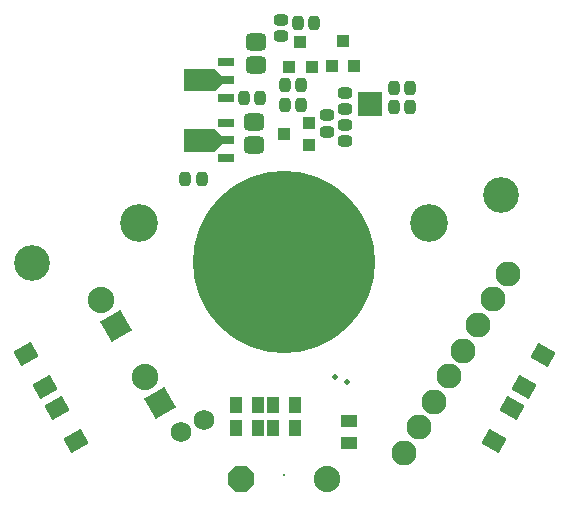
<source format=gts>
G04 Layer_Color=8388736*
%FSLAX24Y24*%
%MOIN*%
G70*
G01*
G75*
%ADD71R,0.0827X0.0827*%
G04:AMPARAMS|DCode=72|XSize=55.2mil|YSize=67.1mil|CornerRadius=0mil|HoleSize=0mil|Usage=FLASHONLY|Rotation=240.000|XOffset=0mil|YOffset=0mil|HoleType=Round|Shape=Rectangle|*
%AMROTATEDRECTD72*
4,1,4,-0.0152,0.0407,0.0428,0.0072,0.0152,-0.0407,-0.0428,-0.0072,-0.0152,0.0407,0.0*
%
%ADD72ROTATEDRECTD72*%

G04:AMPARAMS|DCode=73|XSize=55.2mil|YSize=67.1mil|CornerRadius=0mil|HoleSize=0mil|Usage=FLASHONLY|Rotation=300.000|XOffset=0mil|YOffset=0mil|HoleType=Round|Shape=Rectangle|*
%AMROTATEDRECTD73*
4,1,4,-0.0428,0.0072,0.0152,0.0407,0.0428,-0.0072,-0.0152,-0.0407,-0.0428,0.0072,0.0*
%
%ADD73ROTATEDRECTD73*%

G04:AMPARAMS|DCode=74|XSize=60mil|YSize=68mil|CornerRadius=17mil|HoleSize=0mil|Usage=FLASHONLY|Rotation=270.000|XOffset=0mil|YOffset=0mil|HoleType=Round|Shape=RoundedRectangle|*
%AMROUNDEDRECTD74*
21,1,0.0600,0.0340,0,0,270.0*
21,1,0.0260,0.0680,0,0,270.0*
1,1,0.0340,-0.0170,-0.0130*
1,1,0.0340,-0.0170,0.0130*
1,1,0.0340,0.0170,0.0130*
1,1,0.0340,0.0170,-0.0130*
%
%ADD74ROUNDEDRECTD74*%
G04:AMPARAMS|DCode=75|XSize=118.7mil|YSize=118.7mil|CornerRadius=59.4mil|HoleSize=0mil|Usage=FLASHONLY|Rotation=45.000|XOffset=0mil|YOffset=0mil|HoleType=Round|Shape=RoundedRectangle|*
%AMROUNDEDRECTD75*
21,1,0.1187,0.0000,0,0,45.0*
21,1,0.0000,0.1187,0,0,45.0*
1,1,0.1187,0.0000,0.0000*
1,1,0.1187,0.0000,0.0000*
1,1,0.1187,0.0000,0.0000*
1,1,0.1187,0.0000,0.0000*
%
%ADD75ROUNDEDRECTD75*%
G04:AMPARAMS|DCode=76|XSize=118.7mil|YSize=118.7mil|CornerRadius=59.4mil|HoleSize=0mil|Usage=FLASHONLY|Rotation=60.000|XOffset=0mil|YOffset=0mil|HoleType=Round|Shape=RoundedRectangle|*
%AMROUNDEDRECTD76*
21,1,0.1187,0.0000,0,0,60.0*
21,1,0.0000,0.1187,0,0,60.0*
1,1,0.1187,0.0000,0.0000*
1,1,0.1187,0.0000,0.0000*
1,1,0.1187,0.0000,0.0000*
1,1,0.1187,0.0000,0.0000*
%
%ADD76ROUNDEDRECTD76*%
%ADD77R,0.0552X0.0277*%
%ADD78R,0.0474X0.0277*%
G04:AMPARAMS|DCode=79|XSize=37.1mil|YSize=47.4mil|CornerRadius=9.8mil|HoleSize=0mil|Usage=FLASHONLY|Rotation=0.000|XOffset=0mil|YOffset=0mil|HoleType=Round|Shape=RoundedRectangle|*
%AMROUNDEDRECTD79*
21,1,0.0371,0.0277,0,0,0.0*
21,1,0.0175,0.0474,0,0,0.0*
1,1,0.0197,0.0087,-0.0139*
1,1,0.0197,-0.0087,-0.0139*
1,1,0.0197,-0.0087,0.0139*
1,1,0.0197,0.0087,0.0139*
%
%ADD79ROUNDEDRECTD79*%
%ADD80R,0.0400X0.0440*%
%ADD81R,0.0440X0.0400*%
%ADD82R,0.0572X0.0415*%
%ADD83R,0.0228X0.0218*%
%ADD84R,0.0218X0.0228*%
%ADD85R,0.0415X0.0572*%
G04:AMPARAMS|DCode=86|XSize=37.1mil|YSize=47.4mil|CornerRadius=9.8mil|HoleSize=0mil|Usage=FLASHONLY|Rotation=90.000|XOffset=0mil|YOffset=0mil|HoleType=Round|Shape=RoundedRectangle|*
%AMROUNDEDRECTD86*
21,1,0.0371,0.0277,0,0,90.0*
21,1,0.0175,0.0474,0,0,90.0*
1,1,0.0197,0.0139,0.0087*
1,1,0.0197,0.0139,-0.0087*
1,1,0.0197,-0.0139,-0.0087*
1,1,0.0197,-0.0139,0.0087*
%
%ADD86ROUNDEDRECTD86*%
%ADD87C,0.0828*%
%ADD88C,0.1261*%
%ADD89C,0.6080*%
%ADD90C,0.0080*%
%ADD91C,0.0880*%
%ADD92P,0.1103X4X165.0*%
%ADD93P,0.0953X8X22.5*%
%ADD94C,0.0680*%
%ADD95C,0.0200*%
G36*
X1408Y14620D02*
X2392Y14620D01*
X2397Y14620D01*
X2402Y14619D01*
X2407Y14617D01*
X2412Y14615D01*
X2416Y14612D01*
X2420Y14609D01*
X2657Y14372D01*
X2660Y14369D01*
X2663Y14364D01*
X2665Y14359D01*
X2667Y14355D01*
X2668Y14349D01*
X2668Y14344D01*
Y14147D01*
X2668Y14142D01*
X2667Y14137D01*
X2665Y14132D01*
X2663Y14127D01*
X2660Y14123D01*
X2657Y14119D01*
X2420Y13883D01*
X2416Y13879D01*
X2412Y13876D01*
X2407Y13874D01*
X2402Y13872D01*
X2397Y13871D01*
X2392Y13871D01*
X1408Y13871D01*
X1408D01*
D01*
X1403Y13871D01*
X1397Y13872D01*
X1392Y13874D01*
X1390Y13875D01*
X1388Y13876D01*
X1383Y13879D01*
X1379Y13883D01*
Y13883D01*
X1379D01*
X1376Y13887D01*
X1373Y13891D01*
X1372Y13893D01*
X1371Y13896D01*
X1369Y13901D01*
X1368Y13906D01*
X1368Y13911D01*
Y13911D01*
D01*
X1368Y14580D01*
X1368Y14586D01*
X1369Y14591D01*
X1371Y14596D01*
X1372Y14598D01*
X1373Y14600D01*
X1376Y14605D01*
X1379Y14609D01*
X1379D01*
Y14609D01*
X1383Y14612D01*
X1388Y14615D01*
X1390Y14616D01*
X1392Y14617D01*
X1397Y14619D01*
X1403Y14620D01*
X1408Y14620D01*
X1408D01*
D01*
D01*
D02*
G37*
G36*
X1415Y12611D02*
X2399Y12611D01*
X2404Y12610D01*
X2409Y12609D01*
X2414Y12608D01*
X2419Y12605D01*
X2423Y12602D01*
X2427Y12599D01*
X2663Y12363D01*
X2667Y12359D01*
X2670Y12354D01*
X2672Y12350D01*
X2674Y12345D01*
X2675Y12340D01*
X2675Y12334D01*
Y12137D01*
X2675Y12132D01*
X2674Y12127D01*
X2672Y12122D01*
X2670Y12117D01*
X2667Y12113D01*
X2663Y12109D01*
X2427Y11873D01*
X2423Y11869D01*
X2419Y11867D01*
X2414Y11864D01*
X2409Y11862D01*
X2404Y11861D01*
X2399Y11861D01*
X1415Y11861D01*
X1415D01*
D01*
X1409Y11861D01*
X1404Y11862D01*
X1399Y11864D01*
X1397Y11865D01*
X1395Y11867D01*
X1390Y11869D01*
X1386Y11873D01*
Y11873D01*
X1386D01*
X1383Y11877D01*
X1380Y11881D01*
X1379Y11884D01*
X1378Y11886D01*
X1376Y11891D01*
X1375Y11896D01*
X1375Y11901D01*
D01*
Y11901D01*
X1375Y12571D01*
X1375Y12576D01*
X1376Y12581D01*
X1378Y12586D01*
X1379Y12588D01*
X1380Y12591D01*
X1383Y12595D01*
X1386Y12599D01*
X1386D01*
Y12599D01*
X1390Y12602D01*
X1395Y12605D01*
X1397Y12606D01*
X1399Y12608D01*
X1404Y12609D01*
X1409Y12610D01*
X1415Y12611D01*
X1415D01*
D01*
D01*
D02*
G37*
G36*
X2084Y3136D02*
X2122Y3126D01*
X2157Y3110D01*
X2188Y3088D01*
X2216Y3060D01*
X2238Y3029D01*
X2254Y2994D01*
X2264Y2957D01*
X2267Y2918D01*
X2264Y2880D01*
X2254Y2842D01*
X2238Y2807D01*
X2216Y2776D01*
X2188Y2748D01*
X2157Y2726D01*
X2122Y2710D01*
X2084Y2700D01*
X2046Y2697D01*
X2008Y2700D01*
X1970Y2710D01*
X1935Y2726D01*
X1904Y2748D01*
X1876Y2776D01*
X1854Y2807D01*
X1838Y2842D01*
X1828Y2880D01*
X1824Y2918D01*
X1828Y2957D01*
X1838Y2994D01*
X1854Y3029D01*
X1876Y3060D01*
X1904Y3088D01*
X1935Y3110D01*
X1970Y3126D01*
X2008Y3136D01*
X2046Y3140D01*
X2084Y3136D01*
D02*
G37*
G36*
X1336Y2745D02*
X1373Y2735D01*
X1408Y2719D01*
X1439Y2697D01*
X1467Y2669D01*
X1489Y2638D01*
X1505Y2603D01*
X1515Y2565D01*
X1519Y2527D01*
X1515Y2488D01*
X1505Y2451D01*
X1489Y2416D01*
X1467Y2385D01*
X1439Y2357D01*
X1408Y2335D01*
X1373Y2319D01*
X1336Y2309D01*
X1297Y2305D01*
X1259Y2309D01*
X1221Y2319D01*
X1186Y2335D01*
X1155Y2357D01*
X1127Y2385D01*
X1105Y2416D01*
X1089Y2451D01*
X1079Y2488D01*
X1076Y2527D01*
X1079Y2565D01*
X1089Y2603D01*
X1105Y2638D01*
X1127Y2669D01*
X1155Y2697D01*
X1186Y2719D01*
X1221Y2735D01*
X1259Y2745D01*
X1297Y2748D01*
X1336Y2745D01*
D02*
G37*
D71*
X7590Y13440D02*
D03*
D72*
X12330Y3310D02*
D03*
X11700Y2219D02*
D03*
X13360Y5090D02*
D03*
X12730Y3999D02*
D03*
D73*
X-2850Y3320D02*
D03*
X-2220Y2229D02*
D03*
X-3870Y5120D02*
D03*
X-3240Y4029D02*
D03*
D74*
X3700Y12080D02*
D03*
Y12834D02*
D03*
X3790Y14750D02*
D03*
Y15504D02*
D03*
D75*
X-3690Y8140D02*
D03*
D76*
X11940Y10420D02*
D03*
D77*
X2793Y11645D02*
D03*
X2793Y12826D02*
D03*
X2786Y14836D02*
D03*
Y13655D02*
D03*
D78*
X2832Y12236D02*
D03*
X2825Y14246D02*
D03*
D79*
X1968Y10940D02*
D03*
X1432D02*
D03*
X8928Y13980D02*
D03*
X8392D02*
D03*
X8928Y13340D02*
D03*
X8392D02*
D03*
X3382Y13650D02*
D03*
X3918D02*
D03*
X5278Y13410D02*
D03*
X4742D02*
D03*
X4747Y14074D02*
D03*
X5283D02*
D03*
X5177Y16154D02*
D03*
X5713D02*
D03*
D80*
X6675Y15564D02*
D03*
X7055Y14731D02*
D03*
X6301D02*
D03*
X5255Y15514D02*
D03*
X5635Y14681D02*
D03*
X4881D02*
D03*
D81*
X4730Y12440D02*
D03*
X5564Y12820D02*
D03*
Y12066D02*
D03*
D82*
X6895Y2160D02*
D03*
Y2888D02*
D03*
D83*
X7295Y13731D02*
D03*
X7885D02*
D03*
X7295Y13538D02*
D03*
X7885D02*
D03*
X7295Y13342D02*
D03*
X7885D02*
D03*
X7295Y13149D02*
D03*
X7885D02*
D03*
D84*
X7492Y13735D02*
D03*
X7688D02*
D03*
X7492Y13145D02*
D03*
X7688D02*
D03*
D85*
X3111Y2649D02*
D03*
X3839D02*
D03*
X4366D02*
D03*
X5095D02*
D03*
X4366Y3399D02*
D03*
X5095D02*
D03*
X3111D02*
D03*
X3839D02*
D03*
D86*
X6750Y12752D02*
D03*
Y12217D02*
D03*
Y13267D02*
D03*
Y13802D02*
D03*
X4615Y16262D02*
D03*
Y15727D02*
D03*
X6135Y12531D02*
D03*
Y13066D02*
D03*
D87*
X12170Y7787D02*
D03*
X11677Y6935D02*
D03*
X11185Y6082D02*
D03*
X10693Y5230D02*
D03*
X10201Y4377D02*
D03*
X9709Y3525D02*
D03*
X9217Y2673D02*
D03*
X8725Y1820D02*
D03*
D88*
X-103Y9479D02*
D03*
X9557D02*
D03*
D89*
X4717Y8169D02*
D03*
D90*
Y1079D02*
D03*
D91*
X6157Y959D02*
D03*
X87Y4362D02*
D03*
X-1393Y6912D02*
D03*
D92*
X587Y3496D02*
D03*
X-893Y6046D02*
D03*
D93*
X3277Y959D02*
D03*
D94*
X2047Y2919D02*
D03*
X1297Y2529D02*
D03*
D95*
X6415Y4354D02*
D03*
X6815Y4194D02*
D03*
M02*

</source>
